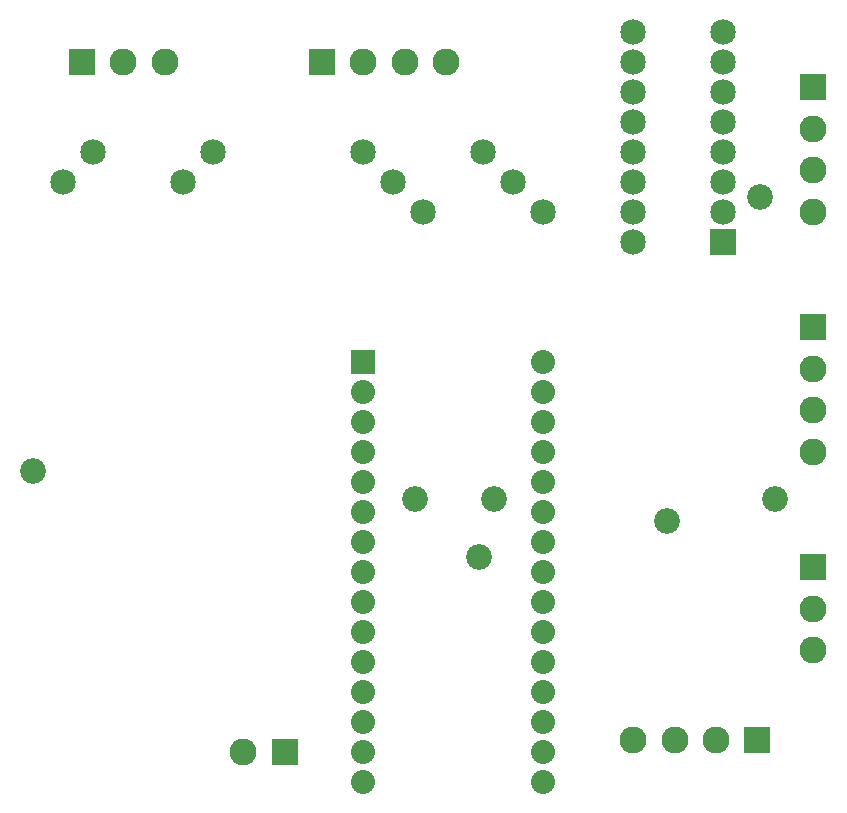
<source format=gts>
G04 MADE WITH FRITZING*
G04 WWW.FRITZING.ORG*
G04 DOUBLE SIDED*
G04 HOLES PLATED*
G04 CONTOUR ON CENTER OF CONTOUR VECTOR*
%ASAXBY*%
%FSLAX23Y23*%
%MOIN*%
%OFA0B0*%
%SFA1.0B1.0*%
%ADD10C,0.080000*%
%ADD11C,0.090000*%
%ADD12C,0.085000*%
%ADD13C,0.085433*%
%ADD14R,0.079972X0.080000*%
%ADD15R,0.090000X0.090000*%
%ADD16R,0.085000X0.085000*%
%LNMASK1*%
G90*
G70*
G54D10*
X1353Y1556D03*
X1353Y1456D03*
X1353Y1356D03*
X1353Y1256D03*
X1353Y1156D03*
X1353Y1056D03*
X1353Y956D03*
X1353Y856D03*
X1353Y756D03*
X1353Y656D03*
X1353Y556D03*
X1353Y456D03*
X1353Y356D03*
X1353Y256D03*
X1353Y156D03*
X1953Y1556D03*
X1953Y1456D03*
X1953Y1356D03*
X1953Y1256D03*
X1953Y1156D03*
X1953Y1056D03*
X1953Y956D03*
X1953Y856D03*
X1953Y756D03*
X1953Y656D03*
X1953Y556D03*
X1953Y456D03*
X1953Y356D03*
X1953Y256D03*
X1953Y156D03*
G54D11*
X2853Y870D03*
X2853Y732D03*
X2853Y594D03*
G54D12*
X2553Y1956D03*
X2253Y1956D03*
X2553Y2056D03*
X2253Y2056D03*
X2553Y2156D03*
X2253Y2156D03*
X2553Y2256D03*
X2253Y2256D03*
X2553Y2356D03*
X2253Y2356D03*
X2553Y2456D03*
X2253Y2456D03*
X2553Y2556D03*
X2253Y2556D03*
X2553Y2656D03*
X2253Y2656D03*
G54D11*
X2853Y2470D03*
X2853Y2332D03*
X2853Y2194D03*
X2853Y2056D03*
X1091Y256D03*
X953Y256D03*
X2853Y1670D03*
X2853Y1532D03*
X2853Y1394D03*
X2853Y1256D03*
X2666Y294D03*
X2528Y294D03*
X2391Y294D03*
X2253Y294D03*
X1215Y2556D03*
X1353Y2556D03*
X1491Y2556D03*
X1628Y2556D03*
X415Y2556D03*
X553Y2556D03*
X691Y2556D03*
G54D12*
X353Y2156D03*
X753Y2156D03*
X453Y2256D03*
X853Y2256D03*
X1353Y2256D03*
X1753Y2256D03*
X1453Y2156D03*
X1853Y2156D03*
X1553Y2056D03*
X1953Y2056D03*
G54D13*
X1740Y905D03*
X1788Y1097D03*
X252Y1193D03*
X2364Y1025D03*
X2724Y1097D03*
X2676Y2105D03*
X1524Y1097D03*
G54D14*
X1353Y1556D03*
G54D15*
X2853Y870D03*
G54D16*
X2553Y1956D03*
G54D15*
X2853Y2470D03*
X1091Y256D03*
X2853Y1670D03*
X2666Y294D03*
X1215Y2556D03*
X415Y2556D03*
G04 End of Mask1*
M02*
</source>
